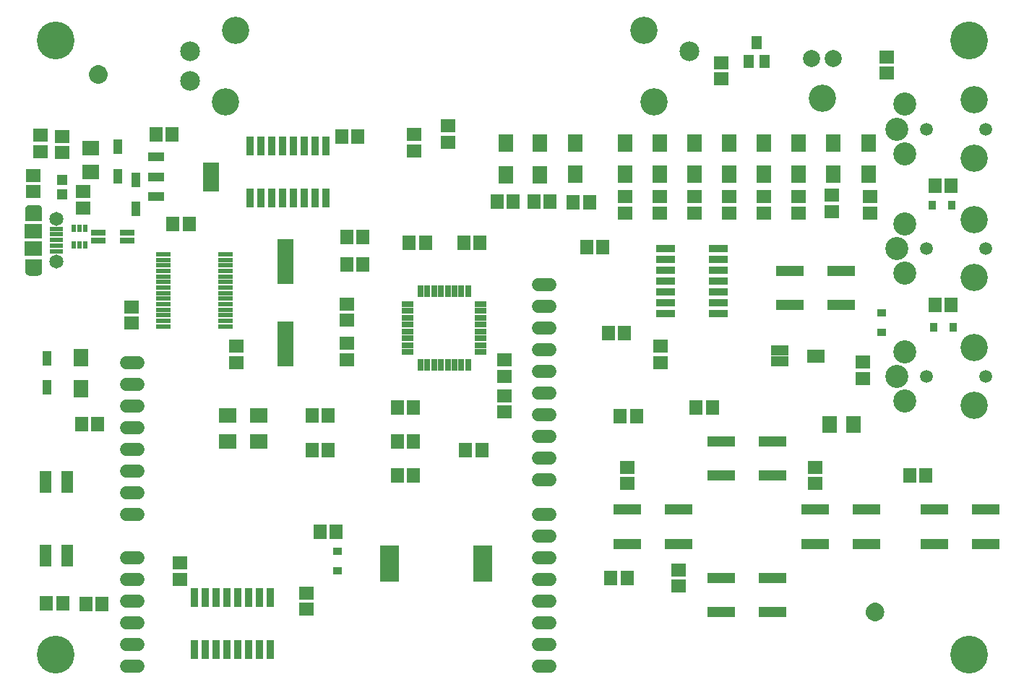
<source format=gts>
G75*
%MOIN*%
%OFA0B0*%
%FSLAX24Y24*%
%IPPOS*%
%LPD*%
%AMOC8*
5,1,8,0,0,1.08239X$1,22.5*
%
%ADD10C,0.1261*%
%ADD11R,0.0580X0.0300*%
%ADD12R,0.0300X0.0580*%
%ADD13R,0.0880X0.0340*%
%ADD14R,0.0671X0.0237*%
%ADD15R,0.0710X0.0789*%
%ADD16R,0.0780X0.2080*%
%ADD17R,0.0474X0.0631*%
%ADD18R,0.0592X0.0671*%
%ADD19R,0.0671X0.0592*%
%ADD20C,0.0600*%
%ADD21R,0.0851X0.1655*%
%ADD22R,0.0525X0.1041*%
%ADD23R,0.0340X0.0880*%
%ADD24R,0.0789X0.0710*%
%ADD25R,0.0395X0.0710*%
%ADD26R,0.0720X0.0430*%
%ADD27R,0.0720X0.1330*%
%ADD28R,0.1261X0.0474*%
%ADD29R,0.0789X0.0592*%
%ADD30R,0.0789X0.0474*%
%ADD31R,0.0710X0.0474*%
%ADD32R,0.0513X0.0474*%
%ADD33R,0.0474X0.0710*%
%ADD34R,0.0198X0.0356*%
%ADD35R,0.0710X0.0316*%
%ADD36C,0.0651*%
%ADD37R,0.0611X0.0237*%
%ADD38R,0.0828X0.0671*%
%ADD39C,0.0000*%
%ADD40C,0.0001*%
%ADD41R,0.0592X0.0710*%
%ADD42R,0.0710X0.0592*%
%ADD43R,0.0328X0.0407*%
%ADD44R,0.0407X0.0328*%
%ADD45C,0.1064*%
%ADD46C,0.0592*%
%ADD47C,0.0907*%
%ADD48C,0.0789*%
%ADD49C,0.0050*%
%ADD50C,0.1740*%
D10*
X013137Y029617D03*
X013609Y032924D03*
X032428Y032924D03*
X032900Y029617D03*
X040680Y029774D03*
X047660Y029708D03*
X047660Y027030D03*
X047660Y024196D03*
X047660Y021519D03*
X047660Y018290D03*
X047660Y015613D03*
D11*
X024918Y018090D03*
X024918Y018405D03*
X024918Y018720D03*
X024918Y019035D03*
X024918Y019350D03*
X024918Y019665D03*
X024918Y019980D03*
X024918Y020295D03*
X021538Y020295D03*
X021538Y019980D03*
X021538Y019665D03*
X021538Y019350D03*
X021538Y019035D03*
X021538Y018720D03*
X021538Y018405D03*
X021538Y018090D03*
D12*
X022126Y017503D03*
X022441Y017503D03*
X022756Y017503D03*
X023071Y017503D03*
X023386Y017503D03*
X023700Y017503D03*
X024015Y017503D03*
X024330Y017503D03*
X024330Y020883D03*
X024015Y020883D03*
X023700Y020883D03*
X023386Y020883D03*
X023071Y020883D03*
X022756Y020883D03*
X022441Y020883D03*
X022126Y020883D03*
D13*
X033435Y020852D03*
X033435Y021352D03*
X033435Y021852D03*
X033435Y022352D03*
X033435Y022852D03*
X035855Y022852D03*
X035855Y022352D03*
X035855Y021852D03*
X035855Y021352D03*
X035855Y020852D03*
X035855Y020352D03*
X035855Y019852D03*
X033435Y019852D03*
X033435Y020352D03*
D14*
X013138Y020287D03*
X013138Y020032D03*
X013138Y019776D03*
X013138Y019520D03*
X013138Y019264D03*
X013138Y020543D03*
X013138Y020799D03*
X013138Y021055D03*
X013138Y021311D03*
X013138Y021567D03*
X013138Y021823D03*
X013138Y022079D03*
X013138Y022335D03*
X013138Y022591D03*
X010284Y022591D03*
X010284Y022335D03*
X010284Y022079D03*
X010284Y021823D03*
X010284Y021567D03*
X010284Y021311D03*
X010284Y021055D03*
X010284Y020799D03*
X010284Y020543D03*
X010284Y020287D03*
X010284Y020032D03*
X010284Y019776D03*
X010284Y019520D03*
X010284Y019264D03*
D15*
X006479Y017834D03*
X006479Y016385D03*
X026056Y026263D03*
X027645Y026268D03*
X029252Y026282D03*
X029252Y027730D03*
X027645Y027717D03*
X026056Y027711D03*
X031552Y027730D03*
X033152Y027730D03*
X034752Y027730D03*
X036352Y027730D03*
X036352Y026282D03*
X034752Y026282D03*
X033152Y026282D03*
X031552Y026282D03*
X037952Y026282D03*
X039552Y026282D03*
X041152Y026282D03*
X042795Y026282D03*
X042795Y027730D03*
X041152Y027730D03*
X039552Y027730D03*
X037952Y027730D03*
D16*
X015903Y022258D03*
X015903Y018458D03*
D17*
X037257Y031482D03*
X038005Y031482D03*
X037631Y032349D03*
D18*
X029929Y025003D03*
X029181Y025003D03*
X028111Y025030D03*
X027363Y025030D03*
X026400Y025010D03*
X025652Y025010D03*
X024885Y023133D03*
X024137Y023133D03*
X022365Y023133D03*
X021617Y023133D03*
X019482Y023389D03*
X018734Y023389D03*
X018729Y022108D03*
X019477Y022108D03*
X011460Y023999D03*
X010711Y023999D03*
X010672Y028133D03*
X009924Y028133D03*
X018491Y028026D03*
X019239Y028026D03*
X029802Y022935D03*
X030550Y022935D03*
X030802Y018941D03*
X031550Y018941D03*
X034845Y015534D03*
X035593Y015534D03*
X032099Y015137D03*
X031351Y015137D03*
X024963Y013566D03*
X024215Y013566D03*
X021814Y013960D03*
X021066Y013960D03*
X021066Y015534D03*
X021814Y015534D03*
X017877Y015141D03*
X017129Y015141D03*
X017129Y013566D03*
X017877Y013566D03*
X021066Y012385D03*
X021814Y012385D03*
X018249Y009773D03*
X017501Y009773D03*
X007436Y006463D03*
X006688Y006463D03*
X005633Y006481D03*
X004885Y006481D03*
X006499Y014747D03*
X007247Y014747D03*
X030908Y007660D03*
X031656Y007660D03*
X044688Y012385D03*
X045436Y012385D03*
D19*
X040337Y012759D03*
X040337Y012011D03*
X034038Y008034D03*
X034038Y007286D03*
X031676Y012011D03*
X031676Y012759D03*
X025993Y015321D03*
X025993Y016069D03*
X026007Y016971D03*
X026007Y017719D03*
X033197Y017596D03*
X033197Y018344D03*
X033176Y024504D03*
X033176Y025252D03*
X031576Y025252D03*
X031576Y024504D03*
X034776Y024504D03*
X034776Y025252D03*
X036376Y025252D03*
X036376Y024504D03*
X037976Y024504D03*
X037976Y025252D03*
X039576Y025252D03*
X039576Y024504D03*
X041096Y024564D03*
X041096Y025312D03*
X042876Y025252D03*
X042876Y024504D03*
X035996Y030673D03*
X035996Y031421D03*
X043619Y031697D03*
X043619Y030949D03*
X023408Y028507D03*
X023408Y027759D03*
X021834Y028113D03*
X021834Y027365D03*
X018749Y020289D03*
X018749Y019541D03*
X018749Y018486D03*
X018749Y017738D03*
X013639Y017602D03*
X013639Y018350D03*
X008803Y019417D03*
X008803Y020165D03*
X006558Y024727D03*
X006558Y025475D03*
X004274Y025475D03*
X004274Y026223D03*
X004589Y027326D03*
X004589Y028074D03*
X005613Y028034D03*
X005613Y027286D03*
X011047Y008351D03*
X011047Y007603D03*
X016873Y006960D03*
X016873Y006211D03*
D20*
X009103Y006582D02*
X008583Y006582D01*
X008583Y005582D02*
X009103Y005582D01*
X009103Y004582D02*
X008583Y004582D01*
X008583Y003582D02*
X009103Y003582D01*
X009103Y007582D02*
X008583Y007582D01*
X008583Y008582D02*
X009103Y008582D01*
X009103Y010582D02*
X008583Y010582D01*
X008583Y011582D02*
X009103Y011582D01*
X009103Y012582D02*
X008583Y012582D01*
X008583Y013582D02*
X009103Y013582D01*
X009103Y014582D02*
X008583Y014582D01*
X008583Y015582D02*
X009103Y015582D01*
X009103Y016582D02*
X008583Y016582D01*
X008583Y017582D02*
X009103Y017582D01*
X027583Y017182D02*
X028103Y017182D01*
X028103Y018182D02*
X027583Y018182D01*
X027583Y019182D02*
X028103Y019182D01*
X028103Y020182D02*
X027583Y020182D01*
X027583Y021182D02*
X028103Y021182D01*
X028103Y016182D02*
X027583Y016182D01*
X027583Y015182D02*
X028103Y015182D01*
X028103Y014182D02*
X027583Y014182D01*
X027583Y013182D02*
X028103Y013182D01*
X028103Y012182D02*
X027583Y012182D01*
X027583Y010582D02*
X028103Y010582D01*
X028103Y009582D02*
X027583Y009582D01*
X027583Y008582D02*
X028103Y008582D01*
X028103Y007582D02*
X027583Y007582D01*
X027583Y006582D02*
X028103Y006582D01*
X028103Y005582D02*
X027583Y005582D01*
X027583Y004582D02*
X028103Y004582D01*
X028103Y003582D02*
X027583Y003582D01*
D21*
X025008Y008311D03*
X020693Y008311D03*
D22*
X005827Y008700D03*
X004827Y008700D03*
X004827Y012086D03*
X005827Y012086D03*
D23*
X011711Y006766D03*
X012211Y006766D03*
X012711Y006766D03*
X013211Y006766D03*
X013711Y006766D03*
X014211Y006766D03*
X014711Y006766D03*
X015211Y006766D03*
X015211Y004346D03*
X014711Y004346D03*
X014211Y004346D03*
X013711Y004346D03*
X013211Y004346D03*
X012711Y004346D03*
X012211Y004346D03*
X011711Y004346D03*
X014253Y025175D03*
X014753Y025175D03*
X015253Y025175D03*
X015753Y025175D03*
X016253Y025175D03*
X016753Y025175D03*
X017253Y025175D03*
X017753Y025175D03*
X017753Y027595D03*
X017253Y027595D03*
X016753Y027595D03*
X016253Y027595D03*
X015753Y027595D03*
X015253Y027595D03*
X014753Y027595D03*
X014253Y027595D03*
D24*
X014684Y015141D03*
X014684Y013960D03*
X013235Y013960D03*
X013235Y015141D03*
D25*
X004904Y016440D03*
X004904Y017778D03*
X008991Y024700D03*
X008991Y026038D03*
X008172Y026204D03*
X008172Y027542D03*
D26*
X009944Y027074D03*
X009944Y026164D03*
X009944Y025254D03*
D27*
X012464Y026164D03*
D28*
X031676Y010810D03*
X031676Y009235D03*
X034038Y009235D03*
X036007Y007660D03*
X036007Y006086D03*
X038369Y006086D03*
X038369Y007660D03*
X040337Y009235D03*
X040337Y010810D03*
X038369Y012385D03*
X036007Y012385D03*
X034038Y010810D03*
X036007Y013960D03*
X038369Y013960D03*
X042700Y010810D03*
X042700Y009235D03*
X045849Y009235D03*
X048211Y009235D03*
X048211Y010810D03*
X045849Y010810D03*
X041519Y020259D03*
X041519Y021834D03*
X039156Y021834D03*
X039156Y020259D03*
D29*
X040377Y017897D03*
D30*
X038704Y018152D03*
X038704Y017641D03*
D31*
X040995Y014904D03*
X040995Y014589D03*
X042097Y014589D03*
X042097Y014904D03*
D32*
X005613Y025357D03*
X005613Y026026D03*
D33*
X006755Y026400D03*
X007070Y026400D03*
X007070Y027503D03*
X006755Y027503D03*
D34*
X006656Y023802D03*
X006400Y023802D03*
X006145Y023802D03*
X006145Y023015D03*
X006400Y023015D03*
X006656Y023015D03*
D35*
X007267Y023211D03*
X007267Y023605D03*
X008605Y023605D03*
X008605Y023211D03*
D36*
X005337Y022267D03*
X005337Y024235D03*
D37*
X005337Y023763D03*
X005337Y023507D03*
X005337Y023251D03*
X005337Y022995D03*
X005337Y022739D03*
D38*
X004274Y022857D03*
X004274Y023645D03*
D39*
X003900Y024156D02*
X003900Y024668D01*
X003905Y024712D01*
X003920Y024754D01*
X003943Y024791D01*
X003975Y024822D01*
X004012Y024846D01*
X004054Y024860D01*
X004097Y024865D01*
X004452Y024865D01*
X004495Y024860D01*
X004537Y024846D01*
X004574Y024822D01*
X004606Y024791D01*
X004629Y024754D01*
X004644Y024712D01*
X004649Y024668D01*
X004649Y024156D01*
X003900Y024156D01*
X003900Y022345D02*
X003900Y021834D01*
X003905Y021790D01*
X003920Y021748D01*
X003943Y021711D01*
X003975Y021680D01*
X004012Y021656D01*
X004054Y021642D01*
X004097Y021637D01*
X004452Y021637D01*
X004495Y021642D01*
X004537Y021656D01*
X004574Y021680D01*
X004606Y021711D01*
X004629Y021748D01*
X004644Y021790D01*
X004649Y021834D01*
X004649Y022345D01*
X003900Y022345D01*
D40*
X004649Y022345D01*
X004649Y022344D02*
X003900Y022344D01*
X003900Y022343D02*
X004649Y022343D01*
X004649Y022342D02*
X003900Y022342D01*
X003900Y022341D02*
X004649Y022341D01*
X004649Y022340D02*
X003900Y022340D01*
X003900Y022339D02*
X004649Y022339D01*
X004649Y022338D02*
X003900Y022338D01*
X003900Y022337D02*
X004649Y022337D01*
X004649Y022336D02*
X003900Y022336D01*
X003900Y022335D02*
X004649Y022335D01*
X004649Y022334D02*
X003900Y022334D01*
X003900Y022333D02*
X004649Y022333D01*
X004649Y022332D02*
X003900Y022332D01*
X003900Y022331D02*
X004649Y022331D01*
X004649Y022330D02*
X003900Y022330D01*
X003900Y022329D02*
X004649Y022329D01*
X004649Y022328D02*
X003900Y022328D01*
X003900Y022327D02*
X004649Y022327D01*
X004649Y022326D02*
X003900Y022326D01*
X003900Y022325D02*
X004649Y022325D01*
X004649Y022324D02*
X003900Y022324D01*
X003900Y022323D02*
X004649Y022323D01*
X004649Y022322D02*
X003900Y022322D01*
X003900Y022321D02*
X004649Y022321D01*
X004649Y022320D02*
X003900Y022320D01*
X003900Y022319D02*
X004649Y022319D01*
X004649Y022318D02*
X003900Y022318D01*
X003900Y022317D02*
X004649Y022317D01*
X004649Y022316D02*
X003900Y022316D01*
X003900Y022315D02*
X004649Y022315D01*
X004649Y022314D02*
X003900Y022314D01*
X003900Y022313D02*
X004649Y022313D01*
X004649Y022312D02*
X003900Y022312D01*
X003900Y022311D02*
X004649Y022311D01*
X004649Y022310D02*
X003900Y022310D01*
X003900Y022309D02*
X004649Y022309D01*
X004649Y022308D02*
X003900Y022308D01*
X003900Y022307D02*
X004649Y022307D01*
X004649Y022306D02*
X003900Y022306D01*
X003900Y022305D02*
X004649Y022305D01*
X004649Y022304D02*
X003900Y022304D01*
X003900Y022303D02*
X004649Y022303D01*
X004649Y022302D02*
X003900Y022302D01*
X003900Y022301D02*
X004649Y022301D01*
X004649Y022300D02*
X003900Y022300D01*
X003900Y022299D02*
X004649Y022299D01*
X004649Y022298D02*
X003900Y022298D01*
X003900Y022297D02*
X004649Y022297D01*
X004649Y022296D02*
X003900Y022296D01*
X003900Y022295D02*
X004649Y022295D01*
X004649Y022294D02*
X003900Y022294D01*
X003900Y022293D02*
X004649Y022293D01*
X004649Y022292D02*
X003900Y022292D01*
X003900Y022291D02*
X004649Y022291D01*
X004649Y022290D02*
X003900Y022290D01*
X003900Y022289D02*
X004649Y022289D01*
X004649Y022288D02*
X003900Y022288D01*
X003900Y022287D02*
X004649Y022287D01*
X004649Y022286D02*
X003900Y022286D01*
X003900Y022285D02*
X004649Y022285D01*
X004649Y022284D02*
X003900Y022284D01*
X003900Y022283D02*
X004649Y022283D01*
X004649Y022282D02*
X003900Y022282D01*
X003900Y022281D02*
X004649Y022281D01*
X004649Y022280D02*
X003900Y022280D01*
X003900Y022279D02*
X004649Y022279D01*
X004649Y022278D02*
X003900Y022278D01*
X003900Y022277D02*
X004649Y022277D01*
X004649Y022276D02*
X003900Y022276D01*
X003900Y022275D02*
X004649Y022275D01*
X004649Y022274D02*
X003900Y022274D01*
X003900Y022273D02*
X004649Y022273D01*
X004649Y022272D02*
X003900Y022272D01*
X003900Y022271D02*
X004649Y022271D01*
X004649Y022270D02*
X003900Y022270D01*
X003900Y022269D02*
X004649Y022269D01*
X004649Y022268D02*
X003900Y022268D01*
X003900Y022267D02*
X004649Y022267D01*
X004649Y022266D02*
X003900Y022266D01*
X003900Y022265D02*
X004649Y022265D01*
X004649Y022264D02*
X003900Y022264D01*
X003900Y022263D02*
X004649Y022263D01*
X004649Y022262D02*
X003900Y022262D01*
X003900Y022261D02*
X004649Y022261D01*
X004649Y022260D02*
X003900Y022260D01*
X003900Y022259D02*
X004649Y022259D01*
X004649Y022258D02*
X003900Y022258D01*
X003900Y022257D02*
X004649Y022257D01*
X004649Y022256D02*
X003900Y022256D01*
X003900Y022255D02*
X004649Y022255D01*
X004649Y022254D02*
X003900Y022254D01*
X003900Y022253D02*
X004649Y022253D01*
X004649Y022252D02*
X003900Y022252D01*
X003900Y022251D02*
X004649Y022251D01*
X004649Y022250D02*
X003900Y022250D01*
X003900Y022249D02*
X004649Y022249D01*
X004649Y022248D02*
X003900Y022248D01*
X003900Y022247D02*
X004649Y022247D01*
X004649Y022246D02*
X003900Y022246D01*
X003900Y022245D02*
X004649Y022245D01*
X004649Y022244D02*
X003900Y022244D01*
X003900Y022243D02*
X004649Y022243D01*
X004649Y022242D02*
X003900Y022242D01*
X003900Y022241D02*
X004649Y022241D01*
X004649Y022240D02*
X003900Y022240D01*
X003900Y022239D02*
X004649Y022239D01*
X004649Y022238D02*
X003900Y022238D01*
X003900Y022237D02*
X004649Y022237D01*
X004649Y022236D02*
X003900Y022236D01*
X003900Y022235D02*
X004649Y022235D01*
X004649Y022234D02*
X003900Y022234D01*
X003900Y022233D02*
X004649Y022233D01*
X004649Y022232D02*
X003900Y022232D01*
X003900Y022231D02*
X004649Y022231D01*
X004649Y022230D02*
X003900Y022230D01*
X003900Y022229D02*
X004649Y022229D01*
X004649Y022228D02*
X003900Y022228D01*
X003900Y022227D02*
X004649Y022227D01*
X004649Y022226D02*
X003900Y022226D01*
X003900Y022225D02*
X004649Y022225D01*
X004649Y022224D02*
X003900Y022224D01*
X003900Y022223D02*
X004649Y022223D01*
X004649Y022222D02*
X003900Y022222D01*
X003900Y022221D02*
X004649Y022221D01*
X004649Y022220D02*
X003900Y022220D01*
X003900Y022219D02*
X004649Y022219D01*
X004649Y022218D02*
X003900Y022218D01*
X003900Y022217D02*
X004649Y022217D01*
X004649Y022216D02*
X003900Y022216D01*
X003900Y022215D02*
X004649Y022215D01*
X004649Y022214D02*
X003900Y022214D01*
X003900Y022213D02*
X004649Y022213D01*
X004649Y022212D02*
X003900Y022212D01*
X003900Y022211D02*
X004649Y022211D01*
X004649Y022210D02*
X003900Y022210D01*
X003900Y022209D02*
X004649Y022209D01*
X004649Y022208D02*
X003900Y022208D01*
X003900Y022207D02*
X004649Y022207D01*
X004649Y022206D02*
X003900Y022206D01*
X003900Y022205D02*
X004649Y022205D01*
X004649Y022204D02*
X003900Y022204D01*
X003900Y022203D02*
X004649Y022203D01*
X004649Y022202D02*
X003900Y022202D01*
X003900Y022201D02*
X004649Y022201D01*
X004649Y022200D02*
X003900Y022200D01*
X003900Y022199D02*
X004649Y022199D01*
X004649Y022198D02*
X003900Y022198D01*
X003900Y022197D02*
X004649Y022197D01*
X004649Y022196D02*
X003900Y022196D01*
X003900Y022195D02*
X004649Y022195D01*
X004649Y022194D02*
X003900Y022194D01*
X003900Y022193D02*
X004649Y022193D01*
X004649Y022192D02*
X003900Y022192D01*
X003900Y022191D02*
X004649Y022191D01*
X004649Y022190D02*
X003900Y022190D01*
X003900Y022189D02*
X004649Y022189D01*
X004649Y022188D02*
X003900Y022188D01*
X003900Y022187D02*
X004649Y022187D01*
X004649Y022186D02*
X003900Y022186D01*
X003900Y022185D02*
X004649Y022185D01*
X004649Y022184D02*
X003900Y022184D01*
X003900Y022183D02*
X004649Y022183D01*
X004649Y022182D02*
X003900Y022182D01*
X003900Y022181D02*
X004649Y022181D01*
X004649Y022180D02*
X003900Y022180D01*
X003900Y022179D02*
X004649Y022179D01*
X004649Y022178D02*
X003900Y022178D01*
X003900Y022177D02*
X004649Y022177D01*
X004649Y022176D02*
X003900Y022176D01*
X003900Y022175D02*
X004649Y022175D01*
X004649Y022174D02*
X003900Y022174D01*
X003900Y022173D02*
X004649Y022173D01*
X004649Y022172D02*
X003900Y022172D01*
X003900Y022171D02*
X004649Y022171D01*
X004649Y022170D02*
X003900Y022170D01*
X003900Y022169D02*
X004649Y022169D01*
X004649Y022168D02*
X003900Y022168D01*
X003900Y022167D02*
X004649Y022167D01*
X004649Y022166D02*
X003900Y022166D01*
X003900Y022165D02*
X004649Y022165D01*
X004649Y022164D02*
X003900Y022164D01*
X003900Y022163D02*
X004649Y022163D01*
X004649Y022162D02*
X003900Y022162D01*
X003900Y022161D02*
X004649Y022161D01*
X004649Y022160D02*
X003900Y022160D01*
X003900Y022159D02*
X004649Y022159D01*
X004649Y022158D02*
X003900Y022158D01*
X003900Y022157D02*
X004649Y022157D01*
X004649Y022156D02*
X003900Y022156D01*
X003900Y022155D02*
X004649Y022155D01*
X004649Y022154D02*
X003900Y022154D01*
X003900Y022153D02*
X004649Y022153D01*
X004649Y022152D02*
X003900Y022152D01*
X003900Y022151D02*
X004649Y022151D01*
X004649Y022150D02*
X003900Y022150D01*
X003900Y022149D02*
X004649Y022149D01*
X004649Y022148D02*
X003900Y022148D01*
X003900Y022147D02*
X004649Y022147D01*
X004649Y022146D02*
X003900Y022146D01*
X003900Y022145D02*
X004649Y022145D01*
X004649Y022144D02*
X003900Y022144D01*
X003900Y022143D02*
X004649Y022143D01*
X004649Y022142D02*
X003900Y022142D01*
X003900Y022141D02*
X004649Y022141D01*
X004649Y022140D02*
X003900Y022140D01*
X003900Y022139D02*
X004649Y022139D01*
X004649Y022138D02*
X003900Y022138D01*
X003900Y022137D02*
X004649Y022137D01*
X004649Y022136D02*
X003900Y022136D01*
X003900Y022135D02*
X004649Y022135D01*
X004649Y022134D02*
X003900Y022134D01*
X003900Y022133D02*
X004649Y022133D01*
X004649Y022132D02*
X003900Y022132D01*
X003900Y022131D02*
X004649Y022131D01*
X004649Y022130D02*
X003900Y022130D01*
X003900Y022129D02*
X004649Y022129D01*
X004649Y022128D02*
X003900Y022128D01*
X003900Y022127D02*
X004649Y022127D01*
X004649Y022126D02*
X003900Y022126D01*
X003900Y022125D02*
X004649Y022125D01*
X004649Y022124D02*
X003900Y022124D01*
X003900Y022123D02*
X004649Y022123D01*
X004649Y022122D02*
X003900Y022122D01*
X003900Y022121D02*
X004649Y022121D01*
X004649Y022120D02*
X003900Y022120D01*
X003900Y022119D02*
X004649Y022119D01*
X004649Y022118D02*
X003900Y022118D01*
X003900Y022117D02*
X004649Y022117D01*
X004649Y022116D02*
X003900Y022116D01*
X003900Y022115D02*
X004649Y022115D01*
X004649Y022114D02*
X003900Y022114D01*
X003900Y022113D02*
X004649Y022113D01*
X004649Y022112D02*
X003900Y022112D01*
X003900Y022111D02*
X004649Y022111D01*
X004649Y022110D02*
X003900Y022110D01*
X003900Y022109D02*
X004649Y022109D01*
X004649Y022108D02*
X003900Y022108D01*
X003900Y022107D02*
X004649Y022107D01*
X004649Y022106D02*
X003900Y022106D01*
X003900Y022105D02*
X004649Y022105D01*
X004649Y022104D02*
X003900Y022104D01*
X003900Y022103D02*
X004649Y022103D01*
X004649Y022102D02*
X003900Y022102D01*
X003900Y022101D02*
X004649Y022101D01*
X004649Y022100D02*
X003900Y022100D01*
X003900Y022099D02*
X004649Y022099D01*
X004649Y022098D02*
X003900Y022098D01*
X003900Y022097D02*
X004649Y022097D01*
X004649Y022096D02*
X003900Y022096D01*
X003900Y022095D02*
X004649Y022095D01*
X004649Y022094D02*
X003900Y022094D01*
X003900Y022093D02*
X004649Y022093D01*
X004649Y022092D02*
X003900Y022092D01*
X003900Y022091D02*
X004649Y022091D01*
X004649Y022090D02*
X003900Y022090D01*
X003900Y022089D02*
X004649Y022089D01*
X004649Y022088D02*
X003900Y022088D01*
X003900Y022087D02*
X004649Y022087D01*
X004649Y022086D02*
X003900Y022086D01*
X003900Y022085D02*
X004649Y022085D01*
X004649Y022084D02*
X003900Y022084D01*
X003900Y022083D02*
X004649Y022083D01*
X004649Y022082D02*
X003900Y022082D01*
X003900Y022081D02*
X004649Y022081D01*
X004649Y022080D02*
X003900Y022080D01*
X003900Y022079D02*
X004649Y022079D01*
X004649Y022078D02*
X003900Y022078D01*
X003900Y022077D02*
X004649Y022077D01*
X004649Y022076D02*
X003900Y022076D01*
X003900Y022075D02*
X004649Y022075D01*
X004649Y022074D02*
X003900Y022074D01*
X003900Y022073D02*
X004649Y022073D01*
X004649Y022072D02*
X003900Y022072D01*
X003900Y022071D02*
X004649Y022071D01*
X004649Y022070D02*
X003900Y022070D01*
X003900Y022069D02*
X004649Y022069D01*
X004649Y022068D02*
X003900Y022068D01*
X003900Y022067D02*
X004649Y022067D01*
X004649Y022066D02*
X003900Y022066D01*
X003900Y022065D02*
X004649Y022065D01*
X004649Y022064D02*
X003900Y022064D01*
X003900Y022063D02*
X004649Y022063D01*
X004649Y022062D02*
X003900Y022062D01*
X003900Y022061D02*
X004649Y022061D01*
X004649Y022060D02*
X003900Y022060D01*
X003900Y022059D02*
X004649Y022059D01*
X004649Y022058D02*
X003900Y022058D01*
X003900Y022057D02*
X004649Y022057D01*
X004649Y022056D02*
X003900Y022056D01*
X003900Y022055D02*
X004649Y022055D01*
X004649Y022054D02*
X003900Y022054D01*
X003900Y022053D02*
X004649Y022053D01*
X004649Y022052D02*
X003900Y022052D01*
X003900Y022051D02*
X004649Y022051D01*
X004649Y022050D02*
X003900Y022050D01*
X003900Y022049D02*
X004649Y022049D01*
X004649Y022048D02*
X003900Y022048D01*
X003900Y022047D02*
X004649Y022047D01*
X004649Y022046D02*
X003900Y022046D01*
X003900Y022045D02*
X004649Y022045D01*
X004649Y022044D02*
X003900Y022044D01*
X003900Y022043D02*
X004649Y022043D01*
X004649Y022042D02*
X003900Y022042D01*
X003900Y022041D02*
X004649Y022041D01*
X004649Y022040D02*
X003900Y022040D01*
X003900Y022039D02*
X004649Y022039D01*
X004649Y022038D02*
X003900Y022038D01*
X003900Y022037D02*
X004649Y022037D01*
X004649Y022036D02*
X003900Y022036D01*
X003900Y022035D02*
X004649Y022035D01*
X004649Y022034D02*
X003900Y022034D01*
X003900Y022033D02*
X004649Y022033D01*
X004649Y022032D02*
X003900Y022032D01*
X003900Y022031D02*
X004649Y022031D01*
X004649Y022030D02*
X003900Y022030D01*
X003900Y022029D02*
X004649Y022029D01*
X004649Y022028D02*
X003900Y022028D01*
X003900Y022027D02*
X004649Y022027D01*
X004649Y022026D02*
X003900Y022026D01*
X003900Y022025D02*
X004649Y022025D01*
X004649Y022024D02*
X003900Y022024D01*
X003900Y022023D02*
X004649Y022023D01*
X004649Y022022D02*
X003900Y022022D01*
X003900Y022021D02*
X004649Y022021D01*
X004649Y022020D02*
X003900Y022020D01*
X003900Y022019D02*
X004649Y022019D01*
X004649Y022018D02*
X003900Y022018D01*
X003900Y022017D02*
X004649Y022017D01*
X004649Y022016D02*
X003900Y022016D01*
X003900Y022015D02*
X004649Y022015D01*
X004649Y022014D02*
X003900Y022014D01*
X003900Y022013D02*
X004649Y022013D01*
X004649Y022012D02*
X003900Y022012D01*
X003900Y022011D02*
X004649Y022011D01*
X004649Y022010D02*
X003900Y022010D01*
X003900Y022009D02*
X004649Y022009D01*
X004649Y022008D02*
X003900Y022008D01*
X003900Y022007D02*
X004649Y022007D01*
X004649Y022006D02*
X003900Y022006D01*
X003900Y022005D02*
X004649Y022005D01*
X004649Y022004D02*
X003900Y022004D01*
X003900Y022003D02*
X004649Y022003D01*
X004649Y022002D02*
X003900Y022002D01*
X003900Y022001D02*
X004649Y022001D01*
X004649Y022000D02*
X003900Y022000D01*
X003900Y021999D02*
X004649Y021999D01*
X004649Y021998D02*
X003900Y021998D01*
X003900Y021997D02*
X004649Y021997D01*
X004649Y021996D02*
X003900Y021996D01*
X003900Y021995D02*
X004649Y021995D01*
X004649Y021994D02*
X003900Y021994D01*
X003900Y021993D02*
X004649Y021993D01*
X004649Y021992D02*
X003900Y021992D01*
X003900Y021991D02*
X004649Y021991D01*
X004649Y021990D02*
X003900Y021990D01*
X003900Y021989D02*
X004649Y021989D01*
X004649Y021988D02*
X003900Y021988D01*
X003900Y021987D02*
X004649Y021987D01*
X004649Y021986D02*
X003900Y021986D01*
X003900Y021985D02*
X004649Y021985D01*
X004649Y021984D02*
X003900Y021984D01*
X003900Y021983D02*
X004649Y021983D01*
X004649Y021982D02*
X003900Y021982D01*
X003900Y021981D02*
X004649Y021981D01*
X004649Y021980D02*
X003900Y021980D01*
X003900Y021979D02*
X004649Y021979D01*
X004649Y021978D02*
X003900Y021978D01*
X003900Y021977D02*
X004649Y021977D01*
X004649Y021976D02*
X003900Y021976D01*
X003900Y021975D02*
X004649Y021975D01*
X004649Y021974D02*
X003900Y021974D01*
X003900Y021973D02*
X004649Y021973D01*
X004649Y021972D02*
X003900Y021972D01*
X003900Y021971D02*
X004649Y021971D01*
X004649Y021970D02*
X003900Y021970D01*
X003900Y021969D02*
X004649Y021969D01*
X004649Y021968D02*
X003900Y021968D01*
X003900Y021967D02*
X004649Y021967D01*
X004649Y021966D02*
X003900Y021966D01*
X003900Y021965D02*
X004649Y021965D01*
X004649Y021964D02*
X003900Y021964D01*
X003900Y021963D02*
X004649Y021963D01*
X004649Y021962D02*
X003900Y021962D01*
X003900Y021961D02*
X004649Y021961D01*
X004649Y021960D02*
X003900Y021960D01*
X003900Y021959D02*
X004649Y021959D01*
X004649Y021958D02*
X003900Y021958D01*
X003900Y021957D02*
X004649Y021957D01*
X004649Y021956D02*
X003900Y021956D01*
X003900Y021955D02*
X004649Y021955D01*
X004649Y021954D02*
X003900Y021954D01*
X003900Y021953D02*
X004649Y021953D01*
X004649Y021952D02*
X003900Y021952D01*
X003900Y021951D02*
X004649Y021951D01*
X004649Y021950D02*
X003900Y021950D01*
X003900Y021949D02*
X004649Y021949D01*
X004649Y021948D02*
X003900Y021948D01*
X003900Y021947D02*
X004649Y021947D01*
X004649Y021946D02*
X003900Y021946D01*
X003900Y021945D02*
X004649Y021945D01*
X004649Y021944D02*
X003900Y021944D01*
X003900Y021943D02*
X004649Y021943D01*
X004649Y021942D02*
X003900Y021942D01*
X003900Y021941D02*
X004649Y021941D01*
X004649Y021940D02*
X003900Y021940D01*
X003900Y021939D02*
X004649Y021939D01*
X004649Y021938D02*
X003900Y021938D01*
X003900Y021937D02*
X004649Y021937D01*
X004649Y021936D02*
X003900Y021936D01*
X003900Y021935D02*
X004649Y021935D01*
X004649Y021934D02*
X003900Y021934D01*
X003900Y021933D02*
X004649Y021933D01*
X004649Y021932D02*
X003900Y021932D01*
X003900Y021931D02*
X004649Y021931D01*
X004649Y021930D02*
X003900Y021930D01*
X003900Y021929D02*
X004649Y021929D01*
X004649Y021928D02*
X003900Y021928D01*
X003900Y021927D02*
X004649Y021927D01*
X004649Y021926D02*
X003900Y021926D01*
X003900Y021925D02*
X004649Y021925D01*
X004649Y021924D02*
X003900Y021924D01*
X003900Y021923D02*
X004649Y021923D01*
X004649Y021922D02*
X003900Y021922D01*
X003900Y021921D02*
X004649Y021921D01*
X004649Y021920D02*
X003900Y021920D01*
X003900Y021919D02*
X004649Y021919D01*
X004649Y021918D02*
X003900Y021918D01*
X003900Y021917D02*
X004649Y021917D01*
X004649Y021916D02*
X003900Y021916D01*
X003900Y021915D02*
X004649Y021915D01*
X004649Y021914D02*
X003900Y021914D01*
X003900Y021913D02*
X004649Y021913D01*
X004649Y021912D02*
X003900Y021912D01*
X003900Y021911D02*
X004649Y021911D01*
X004649Y021910D02*
X003900Y021910D01*
X003900Y021909D02*
X004649Y021909D01*
X004649Y021908D02*
X003900Y021908D01*
X003900Y021907D02*
X004649Y021907D01*
X004649Y021906D02*
X003900Y021906D01*
X003900Y021905D02*
X004649Y021905D01*
X004649Y021904D02*
X003900Y021904D01*
X003900Y021903D02*
X004649Y021903D01*
X004649Y021902D02*
X003900Y021902D01*
X003900Y021901D02*
X004649Y021901D01*
X004649Y021900D02*
X003900Y021900D01*
X003900Y021899D02*
X004649Y021899D01*
X004649Y021898D02*
X003900Y021898D01*
X003900Y021897D02*
X004649Y021897D01*
X004649Y021896D02*
X003900Y021896D01*
X003900Y021895D02*
X004649Y021895D01*
X004649Y021894D02*
X003900Y021894D01*
X003900Y021893D02*
X004649Y021893D01*
X004649Y021892D02*
X003900Y021892D01*
X003900Y021891D02*
X004649Y021891D01*
X004649Y021890D02*
X003900Y021890D01*
X003900Y021889D02*
X004649Y021889D01*
X004649Y021888D02*
X003900Y021888D01*
X003900Y021887D02*
X004649Y021887D01*
X004649Y021886D02*
X003900Y021886D01*
X003900Y021885D02*
X004649Y021885D01*
X004649Y021884D02*
X003900Y021884D01*
X003900Y021883D02*
X004649Y021883D01*
X004649Y021882D02*
X003900Y021882D01*
X003900Y021881D02*
X004649Y021881D01*
X004649Y021880D02*
X003900Y021880D01*
X003900Y021879D02*
X004649Y021879D01*
X004649Y021878D02*
X003900Y021878D01*
X003900Y021877D02*
X004649Y021877D01*
X004649Y021876D02*
X003900Y021876D01*
X003900Y021875D02*
X004649Y021875D01*
X004649Y021874D02*
X003900Y021874D01*
X003900Y021873D02*
X004649Y021873D01*
X004649Y021872D02*
X003900Y021872D01*
X003900Y021871D02*
X004649Y021871D01*
X004649Y021870D02*
X003900Y021870D01*
X003900Y021869D02*
X004649Y021869D01*
X004649Y021868D02*
X003900Y021868D01*
X003900Y021867D02*
X004649Y021867D01*
X004649Y021866D02*
X003900Y021866D01*
X003900Y021865D02*
X004649Y021865D01*
X004649Y021864D02*
X003900Y021864D01*
X003900Y021863D02*
X004649Y021863D01*
X004649Y021862D02*
X003900Y021862D01*
X003900Y021861D02*
X004649Y021861D01*
X004649Y021860D02*
X003900Y021860D01*
X003900Y021859D02*
X004649Y021859D01*
X004649Y021858D02*
X003900Y021858D01*
X003900Y021857D02*
X004649Y021857D01*
X004649Y021856D02*
X003900Y021856D01*
X003900Y021855D02*
X004649Y021855D01*
X004649Y021854D02*
X003900Y021854D01*
X003900Y021853D02*
X004649Y021853D01*
X004649Y021852D02*
X003900Y021852D01*
X003900Y021851D02*
X004649Y021851D01*
X004649Y021850D02*
X003900Y021850D01*
X003900Y021849D02*
X004649Y021849D01*
X004649Y021848D02*
X003900Y021848D01*
X003900Y021847D02*
X004649Y021847D01*
X004649Y021846D02*
X003900Y021846D01*
X003900Y021845D02*
X004649Y021845D01*
X004649Y021844D02*
X003900Y021844D01*
X003900Y021843D02*
X004649Y021843D01*
X004649Y021842D02*
X003900Y021842D01*
X003900Y021841D02*
X004649Y021841D01*
X004649Y021840D02*
X003900Y021840D01*
X003900Y021839D02*
X004649Y021839D01*
X004649Y021838D02*
X003900Y021838D01*
X003900Y021837D02*
X004649Y021837D01*
X004649Y021836D02*
X003900Y021836D01*
X003900Y021835D02*
X004649Y021835D01*
X004649Y021834D02*
X003900Y021834D01*
X003901Y021833D02*
X004648Y021833D01*
X004648Y021832D02*
X003901Y021832D01*
X003901Y021831D02*
X004648Y021831D01*
X004648Y021830D02*
X003901Y021830D01*
X003901Y021829D02*
X004648Y021829D01*
X004648Y021828D02*
X003901Y021828D01*
X003901Y021827D02*
X004648Y021827D01*
X004648Y021826D02*
X003901Y021826D01*
X003901Y021825D02*
X004648Y021825D01*
X004647Y021824D02*
X003902Y021824D01*
X003902Y021823D02*
X004647Y021823D01*
X004647Y021822D02*
X003902Y021822D01*
X003902Y021821D02*
X004647Y021821D01*
X004647Y021820D02*
X003902Y021820D01*
X003902Y021819D02*
X004647Y021819D01*
X004647Y021818D02*
X003902Y021818D01*
X003902Y021817D02*
X004647Y021817D01*
X004647Y021816D02*
X003902Y021816D01*
X003903Y021815D02*
X004646Y021815D01*
X004646Y021814D02*
X003903Y021814D01*
X003903Y021813D02*
X004646Y021813D01*
X004646Y021812D02*
X003903Y021812D01*
X003903Y021811D02*
X004646Y021811D01*
X004646Y021810D02*
X003903Y021810D01*
X003903Y021809D02*
X004646Y021809D01*
X004646Y021808D02*
X003903Y021808D01*
X003903Y021807D02*
X004646Y021807D01*
X004645Y021806D02*
X003904Y021806D01*
X003904Y021805D02*
X004645Y021805D01*
X004645Y021804D02*
X003904Y021804D01*
X003904Y021803D02*
X004645Y021803D01*
X004645Y021802D02*
X003904Y021802D01*
X003904Y021801D02*
X004645Y021801D01*
X004645Y021800D02*
X003904Y021800D01*
X003904Y021799D02*
X004645Y021799D01*
X004645Y021798D02*
X003904Y021798D01*
X003905Y021797D02*
X004644Y021797D01*
X004644Y021796D02*
X003905Y021796D01*
X003905Y021795D02*
X004644Y021795D01*
X004644Y021794D02*
X003905Y021794D01*
X003905Y021793D02*
X004644Y021793D01*
X004644Y021792D02*
X003905Y021792D01*
X003905Y021791D02*
X004644Y021791D01*
X004644Y021790D02*
X003905Y021790D01*
X003906Y021789D02*
X004643Y021789D01*
X004643Y021788D02*
X003906Y021788D01*
X003906Y021787D02*
X004643Y021787D01*
X004642Y021786D02*
X003907Y021786D01*
X003907Y021785D02*
X004642Y021785D01*
X004642Y021784D02*
X003907Y021784D01*
X003908Y021783D02*
X004641Y021783D01*
X004641Y021782D02*
X003908Y021782D01*
X003908Y021781D02*
X004641Y021781D01*
X004640Y021780D02*
X003909Y021780D01*
X003909Y021779D02*
X004640Y021779D01*
X004640Y021778D02*
X003909Y021778D01*
X003910Y021777D02*
X004639Y021777D01*
X004639Y021776D02*
X003910Y021776D01*
X003910Y021775D02*
X004639Y021775D01*
X004638Y021774D02*
X003911Y021774D01*
X003911Y021773D02*
X004638Y021773D01*
X004637Y021772D02*
X003912Y021772D01*
X003912Y021771D02*
X004637Y021771D01*
X004637Y021770D02*
X003912Y021770D01*
X003913Y021769D02*
X004636Y021769D01*
X004636Y021768D02*
X003913Y021768D01*
X003913Y021767D02*
X004636Y021767D01*
X004635Y021766D02*
X003914Y021766D01*
X003914Y021765D02*
X004635Y021765D01*
X004635Y021764D02*
X003914Y021764D01*
X003915Y021763D02*
X004634Y021763D01*
X004634Y021762D02*
X003915Y021762D01*
X003915Y021761D02*
X004634Y021761D01*
X004633Y021760D02*
X003916Y021760D01*
X003916Y021759D02*
X004633Y021759D01*
X004633Y021758D02*
X003916Y021758D01*
X003917Y021757D02*
X004632Y021757D01*
X004632Y021756D02*
X003917Y021756D01*
X003917Y021755D02*
X004632Y021755D01*
X004631Y021754D02*
X003918Y021754D01*
X003918Y021753D02*
X004631Y021753D01*
X004630Y021752D02*
X003919Y021752D01*
X003919Y021751D02*
X004630Y021751D01*
X004630Y021750D02*
X003919Y021750D01*
X003920Y021749D02*
X004629Y021749D01*
X004629Y021748D02*
X003920Y021748D01*
X003921Y021747D02*
X004628Y021747D01*
X004628Y021746D02*
X003921Y021746D01*
X003922Y021745D02*
X004627Y021745D01*
X004627Y021744D02*
X003922Y021744D01*
X003923Y021743D02*
X004626Y021743D01*
X004625Y021742D02*
X003924Y021742D01*
X003924Y021741D02*
X004625Y021741D01*
X004624Y021740D02*
X003925Y021740D01*
X003926Y021739D02*
X004623Y021739D01*
X004623Y021738D02*
X003926Y021738D01*
X003927Y021737D02*
X004622Y021737D01*
X004622Y021736D02*
X003927Y021736D01*
X003928Y021735D02*
X004621Y021735D01*
X004620Y021734D02*
X003929Y021734D01*
X003929Y021733D02*
X004620Y021733D01*
X004619Y021732D02*
X003930Y021732D01*
X003931Y021731D02*
X004618Y021731D01*
X004618Y021730D02*
X003931Y021730D01*
X003932Y021729D02*
X004617Y021729D01*
X004617Y021728D02*
X003932Y021728D01*
X003933Y021727D02*
X004616Y021727D01*
X004615Y021726D02*
X003934Y021726D01*
X003934Y021725D02*
X004615Y021725D01*
X004614Y021724D02*
X003935Y021724D01*
X003936Y021723D02*
X004613Y021723D01*
X004613Y021722D02*
X003936Y021722D01*
X003937Y021721D02*
X004612Y021721D01*
X004612Y021720D02*
X003937Y021720D01*
X003938Y021719D02*
X004611Y021719D01*
X004610Y021718D02*
X003939Y021718D01*
X003939Y021717D02*
X004610Y021717D01*
X004609Y021716D02*
X003940Y021716D01*
X003941Y021715D02*
X004608Y021715D01*
X004608Y021714D02*
X003941Y021714D01*
X003942Y021713D02*
X004607Y021713D01*
X004607Y021712D02*
X003942Y021712D01*
X003943Y021711D02*
X004606Y021711D01*
X004605Y021710D02*
X003944Y021710D01*
X003945Y021709D02*
X004604Y021709D01*
X004603Y021708D02*
X003946Y021708D01*
X003947Y021707D02*
X004602Y021707D01*
X004601Y021706D02*
X003948Y021706D01*
X003949Y021705D02*
X004600Y021705D01*
X004599Y021704D02*
X003950Y021704D01*
X003951Y021703D02*
X004598Y021703D01*
X004597Y021702D02*
X003952Y021702D01*
X003953Y021701D02*
X004596Y021701D01*
X004595Y021700D02*
X003954Y021700D01*
X003955Y021699D02*
X004594Y021699D01*
X004593Y021698D02*
X003956Y021698D01*
X003957Y021697D02*
X004592Y021697D01*
X004591Y021696D02*
X003958Y021696D01*
X003959Y021695D02*
X004590Y021695D01*
X004589Y021694D02*
X003960Y021694D01*
X003961Y021693D02*
X004588Y021693D01*
X004587Y021692D02*
X003962Y021692D01*
X003963Y021691D02*
X004586Y021691D01*
X004585Y021690D02*
X003964Y021690D01*
X003965Y021689D02*
X004584Y021689D01*
X004583Y021688D02*
X003966Y021688D01*
X003967Y021687D02*
X004582Y021687D01*
X004581Y021686D02*
X003968Y021686D01*
X003969Y021685D02*
X004580Y021685D01*
X004579Y021684D02*
X003970Y021684D01*
X003971Y021683D02*
X004578Y021683D01*
X004577Y021682D02*
X003972Y021682D01*
X003973Y021681D02*
X004576Y021681D01*
X004575Y021680D02*
X003974Y021680D01*
X003975Y021679D02*
X004574Y021679D01*
X004572Y021678D02*
X003977Y021678D01*
X003978Y021677D02*
X004571Y021677D01*
X004569Y021676D02*
X003980Y021676D01*
X003981Y021675D02*
X004568Y021675D01*
X004566Y021674D02*
X003983Y021674D01*
X003985Y021673D02*
X004564Y021673D01*
X004563Y021672D02*
X003986Y021672D01*
X003988Y021671D02*
X004561Y021671D01*
X004560Y021670D02*
X003989Y021670D01*
X003991Y021669D02*
X004558Y021669D01*
X004556Y021668D02*
X003993Y021668D01*
X003994Y021667D02*
X004555Y021667D01*
X004553Y021666D02*
X003996Y021666D01*
X003997Y021665D02*
X004552Y021665D01*
X004550Y021664D02*
X003999Y021664D01*
X004000Y021663D02*
X004548Y021663D01*
X004547Y021662D02*
X004002Y021662D01*
X004004Y021661D02*
X004545Y021661D01*
X004544Y021660D02*
X004005Y021660D01*
X004007Y021659D02*
X004542Y021659D01*
X004541Y021658D02*
X004008Y021658D01*
X004010Y021657D02*
X004539Y021657D01*
X004537Y021656D02*
X004012Y021656D01*
X004014Y021655D02*
X004535Y021655D01*
X004532Y021654D02*
X004017Y021654D01*
X004020Y021653D02*
X004529Y021653D01*
X004526Y021652D02*
X004023Y021652D01*
X004026Y021651D02*
X004523Y021651D01*
X004520Y021650D02*
X004029Y021650D01*
X004031Y021649D02*
X004518Y021649D01*
X004515Y021648D02*
X004034Y021648D01*
X004037Y021647D02*
X004512Y021647D01*
X004509Y021646D02*
X004040Y021646D01*
X004043Y021645D02*
X004506Y021645D01*
X004503Y021644D02*
X004046Y021644D01*
X004048Y021643D02*
X004500Y021643D01*
X004498Y021642D02*
X004051Y021642D01*
X004056Y021641D02*
X004493Y021641D01*
X004484Y021640D02*
X004065Y021640D01*
X004073Y021639D02*
X004476Y021639D01*
X004467Y021638D02*
X004082Y021638D01*
X004091Y021637D02*
X004458Y021637D01*
X004649Y024157D02*
X003900Y024157D01*
X003900Y024158D02*
X004649Y024158D01*
X004649Y024159D02*
X003900Y024159D01*
X003900Y024160D02*
X004649Y024160D01*
X004649Y024161D02*
X003900Y024161D01*
X003900Y024162D02*
X004649Y024162D01*
X004649Y024163D02*
X003900Y024163D01*
X003900Y024164D02*
X004649Y024164D01*
X004649Y024165D02*
X003900Y024165D01*
X003900Y024166D02*
X004649Y024166D01*
X004649Y024167D02*
X003900Y024167D01*
X003900Y024168D02*
X004649Y024168D01*
X004649Y024169D02*
X003900Y024169D01*
X003900Y024170D02*
X004649Y024170D01*
X004649Y024171D02*
X003900Y024171D01*
X003900Y024172D02*
X004649Y024172D01*
X004649Y024173D02*
X003900Y024173D01*
X003900Y024174D02*
X004649Y024174D01*
X004649Y024175D02*
X003900Y024175D01*
X003900Y024176D02*
X004649Y024176D01*
X004649Y024177D02*
X003900Y024177D01*
X003900Y024178D02*
X004649Y024178D01*
X004649Y024179D02*
X003900Y024179D01*
X003900Y024180D02*
X004649Y024180D01*
X004649Y024181D02*
X003900Y024181D01*
X003900Y024182D02*
X004649Y024182D01*
X004649Y024183D02*
X003900Y024183D01*
X003900Y024184D02*
X004649Y024184D01*
X004649Y024185D02*
X003900Y024185D01*
X003900Y024186D02*
X004649Y024186D01*
X004649Y024187D02*
X003900Y024187D01*
X003900Y024188D02*
X004649Y024188D01*
X004649Y024189D02*
X003900Y024189D01*
X003900Y024190D02*
X004649Y024190D01*
X004649Y024191D02*
X003900Y024191D01*
X003900Y024192D02*
X004649Y024192D01*
X004649Y024193D02*
X003900Y024193D01*
X003900Y024194D02*
X004649Y024194D01*
X004649Y024195D02*
X003900Y024195D01*
X003900Y024196D02*
X004649Y024196D01*
X004649Y024197D02*
X003900Y024197D01*
X003900Y024198D02*
X004649Y024198D01*
X004649Y024199D02*
X003900Y024199D01*
X003900Y024200D02*
X004649Y024200D01*
X004649Y024201D02*
X003900Y024201D01*
X003900Y024202D02*
X004649Y024202D01*
X004649Y024203D02*
X003900Y024203D01*
X003900Y024204D02*
X004649Y024204D01*
X004649Y024205D02*
X003900Y024205D01*
X003900Y024206D02*
X004649Y024206D01*
X004649Y024207D02*
X003900Y024207D01*
X003900Y024208D02*
X004649Y024208D01*
X004649Y024209D02*
X003900Y024209D01*
X003900Y024210D02*
X004649Y024210D01*
X004649Y024211D02*
X003900Y024211D01*
X003900Y024212D02*
X004649Y024212D01*
X004649Y024213D02*
X003900Y024213D01*
X003900Y024214D02*
X004649Y024214D01*
X004649Y024215D02*
X003900Y024215D01*
X003900Y024216D02*
X004649Y024216D01*
X004649Y024217D02*
X003900Y024217D01*
X003900Y024218D02*
X004649Y024218D01*
X004649Y024219D02*
X003900Y024219D01*
X003900Y024220D02*
X004649Y024220D01*
X004649Y024221D02*
X003900Y024221D01*
X003900Y024222D02*
X004649Y024222D01*
X004649Y024223D02*
X003900Y024223D01*
X003900Y024224D02*
X004649Y024224D01*
X004649Y024225D02*
X003900Y024225D01*
X003900Y024226D02*
X004649Y024226D01*
X004649Y024227D02*
X003900Y024227D01*
X003900Y024228D02*
X004649Y024228D01*
X004649Y024229D02*
X003900Y024229D01*
X003900Y024230D02*
X004649Y024230D01*
X004649Y024231D02*
X003900Y024231D01*
X003900Y024232D02*
X004649Y024232D01*
X004649Y024233D02*
X003900Y024233D01*
X003900Y024234D02*
X004649Y024234D01*
X004649Y024235D02*
X003900Y024235D01*
X003900Y024236D02*
X004649Y024236D01*
X004649Y024237D02*
X003900Y024237D01*
X003900Y024238D02*
X004649Y024238D01*
X004649Y024239D02*
X003900Y024239D01*
X003900Y024240D02*
X004649Y024240D01*
X004649Y024241D02*
X003900Y024241D01*
X003900Y024242D02*
X004649Y024242D01*
X004649Y024243D02*
X003900Y024243D01*
X003900Y024244D02*
X004649Y024244D01*
X004649Y024245D02*
X003900Y024245D01*
X003900Y024246D02*
X004649Y024246D01*
X004649Y024247D02*
X003900Y024247D01*
X003900Y024248D02*
X004649Y024248D01*
X004649Y024249D02*
X003900Y024249D01*
X003900Y024250D02*
X004649Y024250D01*
X004649Y024251D02*
X003900Y024251D01*
X003900Y024252D02*
X004649Y024252D01*
X004649Y024253D02*
X003900Y024253D01*
X003900Y024254D02*
X004649Y024254D01*
X004649Y024255D02*
X003900Y024255D01*
X003900Y024256D02*
X004649Y024256D01*
X004649Y024257D02*
X003900Y024257D01*
X003900Y024258D02*
X004649Y024258D01*
X004649Y024259D02*
X003900Y024259D01*
X003900Y024260D02*
X004649Y024260D01*
X004649Y024261D02*
X003900Y024261D01*
X003900Y024262D02*
X004649Y024262D01*
X004649Y024263D02*
X003900Y024263D01*
X003900Y024264D02*
X004649Y024264D01*
X004649Y024265D02*
X003900Y024265D01*
X003900Y024266D02*
X004649Y024266D01*
X004649Y024267D02*
X003900Y024267D01*
X003900Y024268D02*
X004649Y024268D01*
X004649Y024269D02*
X003900Y024269D01*
X003900Y024270D02*
X004649Y024270D01*
X004649Y024271D02*
X003900Y024271D01*
X003900Y024272D02*
X004649Y024272D01*
X004649Y024273D02*
X003900Y024273D01*
X003900Y024274D02*
X004649Y024274D01*
X004649Y024275D02*
X003900Y024275D01*
X003900Y024276D02*
X004649Y024276D01*
X004649Y024277D02*
X003900Y024277D01*
X003900Y024278D02*
X004649Y024278D01*
X004649Y024279D02*
X003900Y024279D01*
X003900Y024280D02*
X004649Y024280D01*
X004649Y024281D02*
X003900Y024281D01*
X003900Y024282D02*
X004649Y024282D01*
X004649Y024283D02*
X003900Y024283D01*
X003900Y024284D02*
X004649Y024284D01*
X004649Y024285D02*
X003900Y024285D01*
X003900Y024286D02*
X004649Y024286D01*
X004649Y024287D02*
X003900Y024287D01*
X003900Y024288D02*
X004649Y024288D01*
X004649Y024289D02*
X003900Y024289D01*
X003900Y024290D02*
X004649Y024290D01*
X004649Y024291D02*
X003900Y024291D01*
X003900Y024292D02*
X004649Y024292D01*
X004649Y024293D02*
X003900Y024293D01*
X003900Y024294D02*
X004649Y024294D01*
X004649Y024295D02*
X003900Y024295D01*
X003900Y024296D02*
X004649Y024296D01*
X004649Y024297D02*
X003900Y024297D01*
X003900Y024298D02*
X004649Y024298D01*
X004649Y024299D02*
X003900Y024299D01*
X003900Y024300D02*
X004649Y024300D01*
X004649Y024301D02*
X003900Y024301D01*
X003900Y024302D02*
X004649Y024302D01*
X004649Y024303D02*
X003900Y024303D01*
X003900Y024304D02*
X004649Y024304D01*
X004649Y024305D02*
X003900Y024305D01*
X003900Y024306D02*
X004649Y024306D01*
X004649Y024307D02*
X003900Y024307D01*
X003900Y024308D02*
X004649Y024308D01*
X004649Y024309D02*
X003900Y024309D01*
X003900Y024310D02*
X004649Y024310D01*
X004649Y024311D02*
X003900Y024311D01*
X003900Y024312D02*
X004649Y024312D01*
X004649Y024313D02*
X003900Y024313D01*
X003900Y024314D02*
X004649Y024314D01*
X004649Y024315D02*
X003900Y024315D01*
X003900Y024316D02*
X004649Y024316D01*
X004649Y024317D02*
X003900Y024317D01*
X003900Y024318D02*
X004649Y024318D01*
X004649Y024319D02*
X003900Y024319D01*
X003900Y024320D02*
X004649Y024320D01*
X004649Y024321D02*
X003900Y024321D01*
X003900Y024322D02*
X004649Y024322D01*
X004649Y024323D02*
X003900Y024323D01*
X003900Y024324D02*
X004649Y024324D01*
X004649Y024325D02*
X003900Y024325D01*
X003900Y024326D02*
X004649Y024326D01*
X004649Y024327D02*
X003900Y024327D01*
X003900Y024328D02*
X004649Y024328D01*
X004649Y024329D02*
X003900Y024329D01*
X003900Y024330D02*
X004649Y024330D01*
X004649Y024331D02*
X003900Y024331D01*
X003900Y024332D02*
X004649Y024332D01*
X004649Y024333D02*
X003900Y024333D01*
X003900Y024334D02*
X004649Y024334D01*
X004649Y024335D02*
X003900Y024335D01*
X003900Y024336D02*
X004649Y024336D01*
X004649Y024337D02*
X003900Y024337D01*
X003900Y024338D02*
X004649Y024338D01*
X004649Y024339D02*
X003900Y024339D01*
X003900Y024340D02*
X004649Y024340D01*
X004649Y024341D02*
X003900Y024341D01*
X003900Y024342D02*
X004649Y024342D01*
X004649Y024343D02*
X003900Y024343D01*
X003900Y024344D02*
X004649Y024344D01*
X004649Y024345D02*
X003900Y024345D01*
X003900Y024346D02*
X004649Y024346D01*
X004649Y024347D02*
X003900Y024347D01*
X003900Y024348D02*
X004649Y024348D01*
X004649Y024349D02*
X003900Y024349D01*
X003900Y024350D02*
X004649Y024350D01*
X004649Y024351D02*
X003900Y024351D01*
X003900Y024352D02*
X004649Y024352D01*
X004649Y024353D02*
X003900Y024353D01*
X003900Y024354D02*
X004649Y024354D01*
X004649Y024355D02*
X003900Y024355D01*
X003900Y024356D02*
X004649Y024356D01*
X004649Y024357D02*
X003900Y024357D01*
X003900Y024358D02*
X004649Y024358D01*
X004649Y024359D02*
X003900Y024359D01*
X003900Y024360D02*
X004649Y024360D01*
X004649Y024361D02*
X003900Y024361D01*
X003900Y024362D02*
X004649Y024362D01*
X004649Y024363D02*
X003900Y024363D01*
X003900Y024364D02*
X004649Y024364D01*
X004649Y024365D02*
X003900Y024365D01*
X003900Y024366D02*
X004649Y024366D01*
X004649Y024367D02*
X003900Y024367D01*
X003900Y024368D02*
X004649Y024368D01*
X004649Y024369D02*
X003900Y024369D01*
X003900Y024370D02*
X004649Y024370D01*
X004649Y024371D02*
X003900Y024371D01*
X003900Y024372D02*
X004649Y024372D01*
X004649Y024373D02*
X003900Y024373D01*
X003900Y024374D02*
X004649Y024374D01*
X004649Y024375D02*
X003900Y024375D01*
X003900Y024376D02*
X004649Y024376D01*
X004649Y024377D02*
X003900Y024377D01*
X003900Y024378D02*
X004649Y024378D01*
X004649Y024379D02*
X003900Y024379D01*
X003900Y024380D02*
X004649Y024380D01*
X004649Y024381D02*
X003900Y024381D01*
X003900Y024382D02*
X004649Y024382D01*
X004649Y024383D02*
X003900Y024383D01*
X003900Y024384D02*
X004649Y024384D01*
X004649Y024385D02*
X003900Y024385D01*
X003900Y024386D02*
X004649Y024386D01*
X004649Y024387D02*
X003900Y024387D01*
X003900Y024388D02*
X004649Y024388D01*
X004649Y024389D02*
X003900Y024389D01*
X003900Y024390D02*
X004649Y024390D01*
X004649Y024391D02*
X003900Y024391D01*
X003900Y024392D02*
X004649Y024392D01*
X004649Y024393D02*
X003900Y024393D01*
X003900Y024394D02*
X004649Y024394D01*
X004649Y024395D02*
X003900Y024395D01*
X003900Y024396D02*
X004649Y024396D01*
X004649Y024397D02*
X003900Y024397D01*
X003900Y024398D02*
X004649Y024398D01*
X004649Y024399D02*
X003900Y024399D01*
X003900Y024400D02*
X004649Y024400D01*
X004649Y024401D02*
X003900Y024401D01*
X003900Y024402D02*
X004649Y024402D01*
X004649Y024403D02*
X003900Y024403D01*
X003900Y024404D02*
X004649Y024404D01*
X004649Y024405D02*
X003900Y024405D01*
X003900Y024406D02*
X004649Y024406D01*
X004649Y024407D02*
X003900Y024407D01*
X003900Y024408D02*
X004649Y024408D01*
X004649Y024409D02*
X003900Y024409D01*
X003900Y024410D02*
X004649Y024410D01*
X004649Y024411D02*
X003900Y024411D01*
X003900Y024412D02*
X004649Y024412D01*
X004649Y024413D02*
X003900Y024413D01*
X003900Y024414D02*
X004649Y024414D01*
X004649Y024415D02*
X003900Y024415D01*
X003900Y024416D02*
X004649Y024416D01*
X004649Y024417D02*
X003900Y024417D01*
X003900Y024418D02*
X004649Y024418D01*
X004649Y024419D02*
X003900Y024419D01*
X003900Y024420D02*
X004649Y024420D01*
X004649Y024421D02*
X003900Y024421D01*
X003900Y024422D02*
X004649Y024422D01*
X004649Y024423D02*
X003900Y024423D01*
X003900Y024424D02*
X004649Y024424D01*
X004649Y024425D02*
X003900Y024425D01*
X003900Y024426D02*
X004649Y024426D01*
X004649Y024427D02*
X003900Y024427D01*
X003900Y024428D02*
X004649Y024428D01*
X004649Y024429D02*
X003900Y024429D01*
X003900Y024430D02*
X004649Y024430D01*
X004649Y024431D02*
X003900Y024431D01*
X003900Y024432D02*
X004649Y024432D01*
X004649Y024433D02*
X003900Y024433D01*
X003900Y024434D02*
X004649Y024434D01*
X004649Y024435D02*
X003900Y024435D01*
X003900Y024436D02*
X004649Y024436D01*
X004649Y024437D02*
X003900Y024437D01*
X003900Y024438D02*
X004649Y024438D01*
X004649Y024439D02*
X003900Y024439D01*
X003900Y024440D02*
X004649Y024440D01*
X004649Y024441D02*
X003900Y024441D01*
X003900Y024442D02*
X004649Y024442D01*
X004649Y024443D02*
X003900Y024443D01*
X003900Y024444D02*
X004649Y024444D01*
X004649Y024445D02*
X003900Y024445D01*
X003900Y024446D02*
X004649Y024446D01*
X004649Y024447D02*
X003900Y024447D01*
X003900Y024448D02*
X004649Y024448D01*
X004649Y024449D02*
X003900Y024449D01*
X003900Y024450D02*
X004649Y024450D01*
X004649Y024451D02*
X003900Y024451D01*
X003900Y024452D02*
X004649Y024452D01*
X004649Y024453D02*
X003900Y024453D01*
X003900Y024454D02*
X004649Y024454D01*
X004649Y024455D02*
X003900Y024455D01*
X003900Y024456D02*
X004649Y024456D01*
X004649Y024457D02*
X003900Y024457D01*
X003900Y024458D02*
X004649Y024458D01*
X004649Y024459D02*
X003900Y024459D01*
X003900Y024460D02*
X004649Y024460D01*
X004649Y024461D02*
X003900Y024461D01*
X003900Y024462D02*
X004649Y024462D01*
X004649Y024463D02*
X003900Y024463D01*
X003900Y024464D02*
X004649Y024464D01*
X004649Y024465D02*
X003900Y024465D01*
X003900Y024466D02*
X004649Y024466D01*
X004649Y024467D02*
X003900Y024467D01*
X003900Y024468D02*
X004649Y024468D01*
X004649Y024469D02*
X003900Y024469D01*
X003900Y024470D02*
X004649Y024470D01*
X004649Y024471D02*
X003900Y024471D01*
X003900Y024472D02*
X004649Y024472D01*
X004649Y024473D02*
X003900Y024473D01*
X003900Y024474D02*
X004649Y024474D01*
X004649Y024475D02*
X003900Y024475D01*
X003900Y024476D02*
X004649Y024476D01*
X004649Y024477D02*
X003900Y024477D01*
X003900Y024478D02*
X004649Y024478D01*
X004649Y024479D02*
X003900Y024479D01*
X003900Y024480D02*
X004649Y024480D01*
X004649Y024481D02*
X003900Y024481D01*
X003900Y024482D02*
X004649Y024482D01*
X004649Y024483D02*
X003900Y024483D01*
X003900Y024484D02*
X004649Y024484D01*
X004649Y024485D02*
X003900Y024485D01*
X003900Y024486D02*
X004649Y024486D01*
X004649Y024487D02*
X003900Y024487D01*
X003900Y024488D02*
X004649Y024488D01*
X004649Y024489D02*
X003900Y024489D01*
X003900Y024490D02*
X004649Y024490D01*
X004649Y024491D02*
X003900Y024491D01*
X003900Y024492D02*
X004649Y024492D01*
X004649Y024493D02*
X003900Y024493D01*
X003900Y024494D02*
X004649Y024494D01*
X004649Y024495D02*
X003900Y024495D01*
X003900Y024496D02*
X004649Y024496D01*
X004649Y024497D02*
X003900Y024497D01*
X003900Y024498D02*
X004649Y024498D01*
X004649Y024499D02*
X003900Y024499D01*
X003900Y024500D02*
X004649Y024500D01*
X004649Y024501D02*
X003900Y024501D01*
X003900Y024502D02*
X004649Y024502D01*
X004649Y024503D02*
X003900Y024503D01*
X003900Y024504D02*
X004649Y024504D01*
X004649Y024505D02*
X003900Y024505D01*
X003900Y024506D02*
X004649Y024506D01*
X004649Y024507D02*
X003900Y024507D01*
X003900Y024508D02*
X004649Y024508D01*
X004649Y024509D02*
X003900Y024509D01*
X003900Y024510D02*
X004649Y024510D01*
X004649Y024511D02*
X003900Y024511D01*
X003900Y024512D02*
X004649Y024512D01*
X004649Y024513D02*
X003900Y024513D01*
X003900Y024514D02*
X004649Y024514D01*
X004649Y024515D02*
X003900Y024515D01*
X003900Y024516D02*
X004649Y024516D01*
X004649Y024517D02*
X003900Y024517D01*
X003900Y024518D02*
X004649Y024518D01*
X004649Y024519D02*
X003900Y024519D01*
X003900Y024520D02*
X004649Y024520D01*
X004649Y024521D02*
X003900Y024521D01*
X003900Y024522D02*
X004649Y024522D01*
X004649Y024523D02*
X003900Y024523D01*
X003900Y024524D02*
X004649Y024524D01*
X004649Y024525D02*
X003900Y024525D01*
X003900Y024526D02*
X004649Y024526D01*
X004649Y024527D02*
X003900Y024527D01*
X003900Y024528D02*
X004649Y024528D01*
X004649Y024529D02*
X003900Y024529D01*
X003900Y024530D02*
X004649Y024530D01*
X004649Y024531D02*
X003900Y024531D01*
X003900Y024532D02*
X004649Y024532D01*
X004649Y024533D02*
X003900Y024533D01*
X003900Y024534D02*
X004649Y024534D01*
X004649Y024535D02*
X003900Y024535D01*
X003900Y024536D02*
X004649Y024536D01*
X004649Y024537D02*
X003900Y024537D01*
X003900Y024538D02*
X004649Y024538D01*
X004649Y024539D02*
X003900Y024539D01*
X003900Y024540D02*
X004649Y024540D01*
X004649Y024541D02*
X003900Y024541D01*
X003900Y024542D02*
X004649Y024542D01*
X004649Y024543D02*
X003900Y024543D01*
X003900Y024544D02*
X004649Y024544D01*
X004649Y024545D02*
X003900Y024545D01*
X003900Y024546D02*
X004649Y024546D01*
X004649Y024547D02*
X003900Y024547D01*
X003900Y024548D02*
X004649Y024548D01*
X004649Y024549D02*
X003900Y024549D01*
X003900Y024550D02*
X004649Y024550D01*
X004649Y024551D02*
X003900Y024551D01*
X003900Y024552D02*
X004649Y024552D01*
X004649Y024553D02*
X003900Y024553D01*
X003900Y024554D02*
X004649Y024554D01*
X004649Y024555D02*
X003900Y024555D01*
X003900Y024556D02*
X004649Y024556D01*
X004649Y024557D02*
X003900Y024557D01*
X003900Y024558D02*
X004649Y024558D01*
X004649Y024559D02*
X003900Y024559D01*
X003900Y024560D02*
X004649Y024560D01*
X004649Y024561D02*
X003900Y024561D01*
X003900Y024562D02*
X004649Y024562D01*
X004649Y024563D02*
X003900Y024563D01*
X003900Y024564D02*
X004649Y024564D01*
X004649Y024565D02*
X003900Y024565D01*
X003900Y024566D02*
X004649Y024566D01*
X004649Y024567D02*
X003900Y024567D01*
X003900Y024568D02*
X004649Y024568D01*
X004649Y024569D02*
X003900Y024569D01*
X003900Y024570D02*
X004649Y024570D01*
X004649Y024571D02*
X003900Y024571D01*
X003900Y024572D02*
X004649Y024572D01*
X004649Y024573D02*
X003900Y024573D01*
X004649Y024573D01*
X004649Y024574D02*
X003900Y024574D01*
X003900Y024575D02*
X004649Y024575D01*
X004649Y024576D02*
X003900Y024576D01*
X003900Y024577D02*
X004649Y024577D01*
X004649Y024578D02*
X003900Y024578D01*
X003900Y024579D02*
X004649Y024579D01*
X004649Y024580D02*
X003900Y024580D01*
X003900Y024581D02*
X004649Y024581D01*
X004649Y024582D02*
X003900Y024582D01*
X003900Y024583D02*
X004649Y024583D01*
X004649Y024584D02*
X003900Y024584D01*
X003900Y024585D02*
X004649Y024585D01*
X004649Y024586D02*
X003900Y024586D01*
X003900Y024587D02*
X004649Y024587D01*
X004649Y024588D02*
X003900Y024588D01*
X003900Y024589D02*
X004649Y024589D01*
X004649Y024590D02*
X003900Y024590D01*
X003900Y024591D02*
X004649Y024591D01*
X004649Y024592D02*
X003900Y024592D01*
X003900Y024593D02*
X004649Y024593D01*
X004649Y024594D02*
X003900Y024594D01*
X003900Y024595D02*
X004649Y024595D01*
X004649Y024596D02*
X003900Y024596D01*
X003900Y024597D02*
X004649Y024597D01*
X004649Y024598D02*
X003900Y024598D01*
X003900Y024599D02*
X004649Y024599D01*
X004649Y024600D02*
X003900Y024600D01*
X003900Y024601D02*
X004649Y024601D01*
X004649Y024602D02*
X003900Y024602D01*
X003900Y024603D02*
X004649Y024603D01*
X004649Y024604D02*
X003900Y024604D01*
X003900Y024605D02*
X004649Y024605D01*
X004649Y024606D02*
X003900Y024606D01*
X003900Y024607D02*
X004649Y024607D01*
X004649Y024608D02*
X003900Y024608D01*
X003900Y024609D02*
X004649Y024609D01*
X004649Y024610D02*
X003900Y024610D01*
X003900Y024611D02*
X004649Y024611D01*
X004649Y024612D02*
X003900Y024612D01*
X003900Y024613D02*
X004649Y024613D01*
X004649Y024614D02*
X003900Y024614D01*
X003900Y024615D02*
X004649Y024615D01*
X004649Y024616D02*
X003900Y024616D01*
X003900Y024617D02*
X004649Y024617D01*
X004649Y024618D02*
X003900Y024618D01*
X003900Y024619D02*
X004649Y024619D01*
X004649Y024620D02*
X003900Y024620D01*
X003900Y024621D02*
X004649Y024621D01*
X004649Y024622D02*
X003900Y024622D01*
X003900Y024623D02*
X004649Y024623D01*
X004649Y024624D02*
X003900Y024624D01*
X003900Y024625D02*
X004649Y024625D01*
X004649Y024626D02*
X003900Y024626D01*
X003900Y024627D02*
X004649Y024627D01*
X004649Y024628D02*
X003900Y024628D01*
X003900Y024629D02*
X004649Y024629D01*
X004649Y024630D02*
X003900Y024630D01*
X003900Y024631D02*
X004649Y024631D01*
X004649Y024632D02*
X003900Y024632D01*
X003900Y024633D02*
X004649Y024633D01*
X004649Y024634D02*
X003900Y024634D01*
X003900Y024635D02*
X004649Y024635D01*
X004649Y024636D02*
X003900Y024636D01*
X003900Y024637D02*
X004649Y024637D01*
X004649Y024638D02*
X003900Y024638D01*
X003900Y024639D02*
X004649Y024639D01*
X004649Y024640D02*
X003900Y024640D01*
X003900Y024641D02*
X004649Y024641D01*
X004649Y024642D02*
X003900Y024642D01*
X003900Y024643D02*
X004649Y024643D01*
X004649Y024644D02*
X003900Y024644D01*
X003900Y024645D02*
X004649Y024645D01*
X004649Y024646D02*
X003900Y024646D01*
X003900Y024647D02*
X004649Y024647D01*
X004649Y024648D02*
X003900Y024648D01*
X003900Y024649D02*
X004649Y024649D01*
X004649Y024650D02*
X003900Y024650D01*
X003900Y024651D02*
X004649Y024651D01*
X004649Y024652D02*
X003900Y024652D01*
X003900Y024653D02*
X004649Y024653D01*
X004649Y024654D02*
X003900Y024654D01*
X003900Y024655D02*
X004649Y024655D01*
X004649Y024656D02*
X003900Y024656D01*
X003900Y024657D02*
X004649Y024657D01*
X004649Y024658D02*
X003900Y024658D01*
X003900Y024659D02*
X004649Y024659D01*
X004649Y024660D02*
X003900Y024660D01*
X003900Y024661D02*
X004649Y024661D01*
X004649Y024662D02*
X003900Y024662D01*
X003900Y024663D02*
X004649Y024663D01*
X004649Y024664D02*
X003900Y024664D01*
X003900Y024665D02*
X004649Y024665D01*
X004649Y024666D02*
X003900Y024666D01*
X003900Y024667D02*
X004649Y024667D01*
X004648Y024668D02*
X003900Y024668D01*
X003901Y024669D02*
X004648Y024669D01*
X004648Y024670D02*
X003901Y024670D01*
X003901Y024671D02*
X004648Y024671D01*
X004648Y024672D02*
X003901Y024672D01*
X003901Y024673D02*
X004648Y024673D01*
X004648Y024674D02*
X003901Y024674D01*
X003901Y024675D02*
X004648Y024675D01*
X004648Y024676D02*
X003901Y024676D01*
X003902Y024677D02*
X004647Y024677D01*
X004647Y024678D02*
X003902Y024678D01*
X003902Y024679D02*
X004647Y024679D01*
X004647Y024680D02*
X003902Y024680D01*
X003902Y024681D02*
X004647Y024681D01*
X004647Y024682D02*
X003902Y024682D01*
X003902Y024683D02*
X004647Y024683D01*
X004647Y024684D02*
X003902Y024684D01*
X003902Y024685D02*
X004647Y024685D01*
X004646Y024686D02*
X003903Y024686D01*
X003903Y024687D02*
X004646Y024687D01*
X004646Y024688D02*
X003903Y024688D01*
X003903Y024689D02*
X004646Y024689D01*
X004646Y024690D02*
X003903Y024690D01*
X003903Y024691D02*
X004646Y024691D01*
X004646Y024692D02*
X003903Y024692D01*
X003903Y024693D02*
X004646Y024693D01*
X004646Y024694D02*
X003903Y024694D01*
X003904Y024695D02*
X004645Y024695D01*
X004645Y024696D02*
X003904Y024696D01*
X003904Y024697D02*
X004645Y024697D01*
X004645Y024698D02*
X003904Y024698D01*
X003904Y024699D02*
X004645Y024699D01*
X004645Y024700D02*
X003904Y024700D01*
X003904Y024701D02*
X004645Y024701D01*
X004645Y024702D02*
X003904Y024702D01*
X003904Y024703D02*
X004645Y024703D01*
X004644Y024704D02*
X003905Y024704D01*
X003905Y024705D02*
X004644Y024705D01*
X004644Y024706D02*
X003905Y024706D01*
X003905Y024707D02*
X004644Y024707D01*
X004644Y024708D02*
X003905Y024708D01*
X003905Y024709D02*
X004644Y024709D01*
X004644Y024710D02*
X003905Y024710D01*
X003905Y024711D02*
X004644Y024711D01*
X004643Y024712D02*
X003906Y024712D01*
X003906Y024713D02*
X004643Y024713D01*
X004643Y024714D02*
X003906Y024714D01*
X003907Y024715D02*
X004642Y024715D01*
X004642Y024716D02*
X003907Y024716D01*
X003907Y024717D02*
X004642Y024717D01*
X004641Y024718D02*
X003908Y024718D01*
X003908Y024719D02*
X004641Y024719D01*
X004641Y024720D02*
X003908Y024720D01*
X003909Y024721D02*
X004640Y024721D01*
X004640Y024722D02*
X003909Y024722D01*
X003909Y024723D02*
X004640Y024723D01*
X004639Y024724D02*
X003910Y024724D01*
X003910Y024725D02*
X004639Y024725D01*
X004639Y024726D02*
X003910Y024726D01*
X003911Y024727D02*
X004638Y024727D01*
X004638Y024728D02*
X003911Y024728D01*
X003911Y024729D02*
X004637Y024729D01*
X004637Y024730D02*
X003912Y024730D01*
X003912Y024731D02*
X004637Y024731D01*
X004636Y024732D02*
X003913Y024732D01*
X003913Y024733D02*
X004636Y024733D01*
X004636Y024734D02*
X003913Y024734D01*
X003914Y024735D02*
X004635Y024735D01*
X004635Y024736D02*
X003914Y024736D01*
X003914Y024737D02*
X004635Y024737D01*
X004634Y024738D02*
X003915Y024738D01*
X003915Y024739D02*
X004634Y024739D01*
X004634Y024740D02*
X003915Y024740D01*
X003916Y024741D02*
X004633Y024741D01*
X004633Y024742D02*
X003916Y024742D01*
X003916Y024743D02*
X004633Y024743D01*
X004632Y024744D02*
X003917Y024744D01*
X003917Y024745D02*
X004632Y024745D01*
X004632Y024746D02*
X003917Y024746D01*
X003918Y024747D02*
X004631Y024747D01*
X004631Y024748D02*
X003918Y024748D01*
X003918Y024749D02*
X004631Y024749D01*
X004630Y024750D02*
X003919Y024750D01*
X003919Y024751D02*
X004630Y024751D01*
X004629Y024752D02*
X003920Y024752D01*
X003920Y024753D02*
X004629Y024753D01*
X004629Y024754D02*
X003920Y024754D01*
X003921Y024755D02*
X004628Y024755D01*
X004627Y024756D02*
X003922Y024756D01*
X003922Y024757D02*
X004627Y024757D01*
X004626Y024758D02*
X003923Y024758D01*
X003924Y024759D02*
X004625Y024759D01*
X004625Y024760D02*
X003924Y024760D01*
X003925Y024761D02*
X004624Y024761D01*
X004624Y024762D02*
X003925Y024762D01*
X003926Y024763D02*
X004623Y024763D01*
X004622Y024764D02*
X003927Y024764D01*
X003927Y024765D02*
X004622Y024765D01*
X004621Y024766D02*
X003928Y024766D01*
X003929Y024767D02*
X004620Y024767D01*
X004620Y024768D02*
X003929Y024768D01*
X003930Y024769D02*
X004619Y024769D01*
X004619Y024770D02*
X003930Y024770D01*
X003931Y024771D02*
X004618Y024771D01*
X004617Y024772D02*
X003932Y024772D01*
X003932Y024773D02*
X004617Y024773D01*
X004616Y024774D02*
X003933Y024774D01*
X003934Y024775D02*
X004615Y024775D01*
X004615Y024776D02*
X003934Y024776D01*
X003935Y024777D02*
X004614Y024777D01*
X004613Y024778D02*
X003935Y024778D01*
X003936Y024779D02*
X004613Y024779D01*
X004612Y024780D02*
X003937Y024780D01*
X003937Y024781D02*
X004612Y024781D01*
X004611Y024782D02*
X003938Y024782D01*
X003939Y024783D02*
X004610Y024783D01*
X004610Y024784D02*
X003939Y024784D01*
X003940Y024785D02*
X004609Y024785D01*
X004608Y024786D02*
X003941Y024786D01*
X003941Y024787D02*
X004608Y024787D01*
X004607Y024788D02*
X003942Y024788D01*
X003942Y024789D02*
X004607Y024789D01*
X004606Y024790D02*
X003943Y024790D01*
X003944Y024791D02*
X004605Y024791D01*
X004604Y024792D02*
X003945Y024792D01*
X003946Y024793D02*
X004603Y024793D01*
X004602Y024794D02*
X003947Y024794D01*
X003948Y024795D02*
X004601Y024795D01*
X004600Y024796D02*
X003949Y024796D01*
X003950Y024797D02*
X004599Y024797D01*
X004598Y024798D02*
X003951Y024798D01*
X003952Y024799D02*
X004597Y024799D01*
X004596Y024800D02*
X003953Y024800D01*
X003954Y024801D02*
X004595Y024801D01*
X004594Y024802D02*
X003955Y024802D01*
X003956Y024803D02*
X004593Y024803D01*
X004592Y024804D02*
X003957Y024804D01*
X003958Y024805D02*
X004591Y024805D01*
X004590Y024806D02*
X003959Y024806D01*
X003960Y024807D02*
X004589Y024807D01*
X004588Y024808D02*
X003961Y024808D01*
X003962Y024809D02*
X004587Y024809D01*
X004586Y024810D02*
X003963Y024810D01*
X003964Y024811D02*
X004585Y024811D01*
X004584Y024812D02*
X003965Y024812D01*
X003966Y024813D02*
X004583Y024813D01*
X004582Y024814D02*
X003967Y024814D01*
X003968Y024815D02*
X004581Y024815D01*
X004580Y024816D02*
X003969Y024816D01*
X003970Y024817D02*
X004579Y024817D01*
X004578Y024818D02*
X003971Y024818D01*
X003972Y024819D02*
X004577Y024819D01*
X004576Y024820D02*
X003973Y024820D01*
X003974Y024821D02*
X004575Y024821D01*
X004574Y024822D02*
X003975Y024822D01*
X003976Y024823D02*
X004573Y024823D01*
X004571Y024824D02*
X003978Y024824D01*
X003980Y024825D02*
X004569Y024825D01*
X004568Y024826D02*
X003981Y024826D01*
X003983Y024827D02*
X004566Y024827D01*
X004565Y024828D02*
X003984Y024828D01*
X003986Y024829D02*
X004563Y024829D01*
X004561Y024830D02*
X003988Y024830D01*
X003989Y024831D02*
X004560Y024831D01*
X004558Y024832D02*
X003991Y024832D01*
X003992Y024833D02*
X004557Y024833D01*
X004555Y024834D02*
X003994Y024834D01*
X003996Y024835D02*
X004553Y024835D01*
X004552Y024836D02*
X003997Y024836D01*
X003999Y024837D02*
X004550Y024837D01*
X004549Y024838D02*
X004000Y024838D01*
X004002Y024839D02*
X004547Y024839D01*
X004546Y024840D02*
X004003Y024840D01*
X004005Y024841D02*
X004544Y024841D01*
X004542Y024842D02*
X004007Y024842D01*
X004008Y024843D02*
X004541Y024843D01*
X004539Y024844D02*
X004010Y024844D01*
X004011Y024845D02*
X004538Y024845D01*
X004535Y024846D02*
X004014Y024846D01*
X004017Y024847D02*
X004532Y024847D01*
X004529Y024848D02*
X004020Y024848D01*
X004022Y024849D02*
X004527Y024849D01*
X004524Y024850D02*
X004025Y024850D01*
X004028Y024851D02*
X004521Y024851D01*
X004518Y024852D02*
X004031Y024852D01*
X004034Y024853D02*
X004515Y024853D01*
X004512Y024854D02*
X004037Y024854D01*
X004040Y024855D02*
X004509Y024855D01*
X004507Y024856D02*
X004042Y024856D01*
X004045Y024857D02*
X004504Y024857D01*
X004501Y024858D02*
X004048Y024858D01*
X004051Y024859D02*
X004498Y024859D01*
X004494Y024860D02*
X004055Y024860D01*
X004063Y024861D02*
X004486Y024861D01*
X004477Y024862D02*
X004072Y024862D01*
X004081Y024863D02*
X004468Y024863D01*
X004459Y024864D02*
X004090Y024864D01*
D41*
X045869Y025771D03*
X046617Y025771D03*
X046617Y020259D03*
X045869Y020259D03*
D42*
X042523Y017617D03*
X042523Y016869D03*
D43*
X045790Y019235D03*
X046696Y019235D03*
X046625Y024849D03*
X045719Y024849D03*
D44*
X043389Y019897D03*
X043389Y018991D03*
X018290Y008900D03*
X018290Y007995D03*
D45*
X044117Y016952D03*
X044471Y018093D03*
X044471Y015810D03*
X044471Y021715D03*
X044117Y022857D03*
X044471Y023999D03*
X044471Y027227D03*
X044117Y028369D03*
X044471Y029511D03*
D46*
X045456Y028369D03*
X048211Y028369D03*
X048211Y022857D03*
X045456Y022857D03*
X045456Y016952D03*
X048211Y016952D03*
D47*
X034534Y031960D03*
X011503Y031960D03*
X011503Y030582D03*
D48*
X040184Y031637D03*
X041168Y031637D03*
D49*
X007660Y030889D02*
X007654Y030957D01*
X007637Y031023D01*
X007608Y031086D01*
X007568Y031142D01*
X007520Y031190D01*
X007463Y031230D01*
X007401Y031259D01*
X007335Y031276D01*
X007267Y031282D01*
X007198Y031276D01*
X007132Y031259D01*
X007070Y031230D01*
X007014Y031190D01*
X006965Y031142D01*
X006926Y031086D01*
X006897Y031023D01*
X006879Y030957D01*
X006873Y030889D01*
X006879Y030820D01*
X006897Y030754D01*
X006926Y030692D01*
X006965Y030636D01*
X007014Y030587D01*
X007070Y030548D01*
X007132Y030519D01*
X007198Y030501D01*
X007267Y030495D01*
X007335Y030501D01*
X007401Y030519D01*
X007463Y030548D01*
X007520Y030587D01*
X007568Y030636D01*
X007608Y030692D01*
X007637Y030754D01*
X007654Y030820D01*
X007660Y030889D01*
X007658Y030866D02*
X006875Y030866D01*
X006880Y030818D02*
X007654Y030818D01*
X007641Y030769D02*
X006893Y030769D01*
X006912Y030721D02*
X007621Y030721D01*
X007594Y030672D02*
X006939Y030672D01*
X006977Y030624D02*
X007556Y030624D01*
X007503Y030575D02*
X007030Y030575D01*
X007114Y030527D02*
X007419Y030527D01*
X007658Y030915D02*
X006875Y030915D01*
X006881Y030963D02*
X007653Y030963D01*
X007640Y031012D02*
X006894Y031012D01*
X006914Y031060D02*
X007619Y031060D01*
X007591Y031109D02*
X006942Y031109D01*
X006981Y031157D02*
X007553Y031157D01*
X007497Y031206D02*
X007036Y031206D01*
X007123Y031254D02*
X007410Y031254D01*
X042897Y006426D02*
X042959Y006455D01*
X043025Y006473D01*
X043093Y006479D01*
X043162Y006473D01*
X043228Y006455D01*
X043290Y006426D01*
X043346Y006387D01*
X043395Y006339D01*
X043434Y006282D01*
X043463Y006220D01*
X043481Y006154D01*
X043487Y006086D01*
X043481Y006017D01*
X043463Y005951D01*
X043434Y005889D01*
X042752Y005889D01*
X042792Y005832D01*
X042840Y005784D01*
X042897Y005745D01*
X042959Y005716D01*
X043025Y005698D01*
X043093Y005692D01*
X043162Y005698D01*
X043228Y005716D01*
X043290Y005745D01*
X043346Y005784D01*
X043395Y005832D01*
X043434Y005889D01*
X043457Y005937D02*
X042730Y005937D01*
X042723Y005951D02*
X042752Y005889D01*
X042786Y005840D02*
X043400Y005840D01*
X043354Y005792D02*
X042833Y005792D01*
X042899Y005743D02*
X043287Y005743D01*
X043127Y005695D02*
X043060Y005695D01*
X042723Y005951D02*
X042706Y006017D01*
X042700Y006086D01*
X042706Y006154D01*
X042723Y006220D01*
X042752Y006282D01*
X042792Y006339D01*
X042840Y006387D01*
X042897Y006426D01*
X042890Y006422D02*
X043296Y006422D01*
X043360Y006374D02*
X042827Y006374D01*
X042782Y006325D02*
X043404Y006325D01*
X043437Y006277D02*
X042750Y006277D01*
X042727Y006228D02*
X043460Y006228D01*
X043474Y006180D02*
X042713Y006180D01*
X042704Y006131D02*
X043483Y006131D01*
X043487Y006083D02*
X042700Y006083D01*
X042704Y006034D02*
X043483Y006034D01*
X043473Y005986D02*
X042714Y005986D01*
X043016Y006471D02*
X043171Y006471D01*
D50*
X005298Y004117D03*
X005298Y032463D03*
X047424Y032463D03*
X047424Y004117D03*
M02*

</source>
